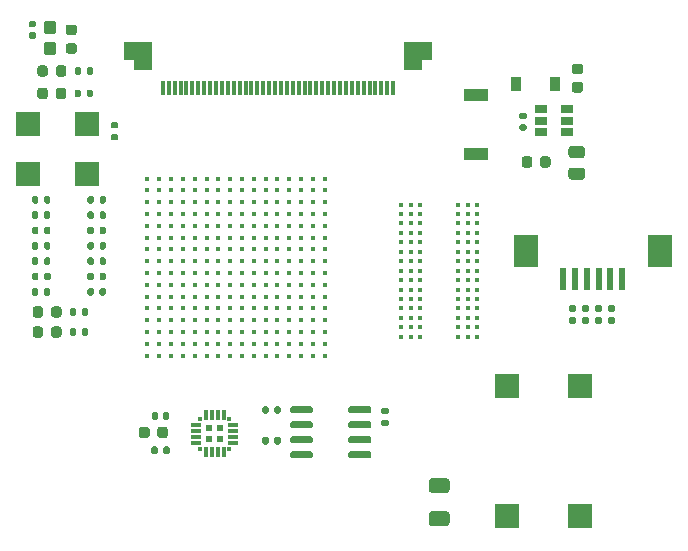
<source format=gtp>
%TF.GenerationSoftware,KiCad,Pcbnew,5.1.8-db9833491~88~ubuntu20.04.1*%
%TF.CreationDate,2021-01-24T20:19:36-05:00*%
%TF.ProjectId,julia_v2.1.1.0,6a756c69-615f-4763-922e-312e312e302e,rev?*%
%TF.SameCoordinates,Original*%
%TF.FileFunction,Paste,Top*%
%TF.FilePolarity,Positive*%
%FSLAX46Y46*%
G04 Gerber Fmt 4.6, Leading zero omitted, Abs format (unit mm)*
G04 Created by KiCad (PCBNEW 5.1.8-db9833491~88~ubuntu20.04.1) date 2021-01-24 20:19:36*
%MOMM*%
%LPD*%
G01*
G04 APERTURE LIST*
%ADD10R,1.060000X0.650000*%
%ADD11C,0.400000*%
%ADD12C,0.406400*%
%ADD13R,2.000000X2.000000*%
%ADD14R,0.540000X0.540000*%
%ADD15R,0.300000X0.900000*%
%ADD16R,0.300000X0.300000*%
%ADD17R,0.900000X0.300000*%
%ADD18R,2.000000X1.000000*%
%ADD19R,2.100000X2.800000*%
%ADD20R,0.600000X1.900000*%
%ADD21R,2.400000X1.600000*%
%ADD22R,1.600000X2.400000*%
%ADD23R,0.300000X1.200000*%
%ADD24R,0.900000X1.200000*%
G04 APERTURE END LIST*
D10*
%TO.C,U7*%
X126900000Y-97500000D03*
X126900000Y-98450000D03*
X126900000Y-96550000D03*
X129100000Y-96550000D03*
X129100000Y-97500000D03*
X129100000Y-98450000D03*
%TD*%
%TO.C,C44*%
G36*
G01*
X125570000Y-97400000D02*
X125230000Y-97400000D01*
G75*
G02*
X125090000Y-97260000I0J140000D01*
G01*
X125090000Y-96980000D01*
G75*
G02*
X125230000Y-96840000I140000J0D01*
G01*
X125570000Y-96840000D01*
G75*
G02*
X125710000Y-96980000I0J-140000D01*
G01*
X125710000Y-97260000D01*
G75*
G02*
X125570000Y-97400000I-140000J0D01*
G01*
G37*
G36*
G01*
X125570000Y-98360000D02*
X125230000Y-98360000D01*
G75*
G02*
X125090000Y-98220000I0J140000D01*
G01*
X125090000Y-97940000D01*
G75*
G02*
X125230000Y-97800000I140000J0D01*
G01*
X125570000Y-97800000D01*
G75*
G02*
X125710000Y-97940000I0J-140000D01*
G01*
X125710000Y-98220000D01*
G75*
G02*
X125570000Y-98360000I-140000J0D01*
G01*
G37*
%TD*%
D11*
%TO.C,U1*%
X108600000Y-109400000D03*
X108600000Y-110400000D03*
X108600000Y-111400000D03*
X108600000Y-112400000D03*
X108600000Y-113400000D03*
X108600000Y-114400000D03*
X108600000Y-115400000D03*
X108600000Y-116400000D03*
X108600000Y-117400000D03*
X104600000Y-114400000D03*
X104600000Y-113400000D03*
X104600000Y-112400000D03*
X104600000Y-111400000D03*
X103600000Y-111400000D03*
X103600000Y-112400000D03*
X103600000Y-113400000D03*
X103600000Y-114400000D03*
X107600000Y-117400000D03*
X107600000Y-116400000D03*
X107600000Y-115400000D03*
X107600000Y-114400000D03*
X107600000Y-113400000D03*
X107600000Y-112400000D03*
X107600000Y-111400000D03*
X107600000Y-110400000D03*
X107600000Y-109400000D03*
X106600000Y-109400000D03*
X106600000Y-110400000D03*
X106600000Y-111400000D03*
X106600000Y-112400000D03*
X106600000Y-113400000D03*
X106600000Y-114400000D03*
X106600000Y-115400000D03*
X106600000Y-116400000D03*
X106600000Y-117400000D03*
X102600000Y-114400000D03*
X102600000Y-113400000D03*
X102600000Y-112400000D03*
X102600000Y-111400000D03*
X101600000Y-111400000D03*
X101600000Y-112400000D03*
X101600000Y-113400000D03*
X101600000Y-114400000D03*
X105600000Y-117400000D03*
X105600000Y-116400000D03*
X105600000Y-115400000D03*
X105600000Y-114400000D03*
X105600000Y-113400000D03*
X105600000Y-112400000D03*
X105600000Y-111400000D03*
X105600000Y-110400000D03*
X105600000Y-109400000D03*
X104600000Y-110400000D03*
X103600000Y-110400000D03*
X102600000Y-110400000D03*
X104600000Y-109400000D03*
X103600000Y-109400000D03*
X102600000Y-109400000D03*
X101600000Y-109400000D03*
X104600000Y-117400000D03*
X104600000Y-116400000D03*
X101600000Y-108400000D03*
X102600000Y-108400000D03*
X103600000Y-108400000D03*
X104600000Y-108400000D03*
X101600000Y-110400000D03*
X104600000Y-107400000D03*
X103600000Y-107400000D03*
X102600000Y-107400000D03*
X101600000Y-107400000D03*
X104600000Y-115400000D03*
X104600000Y-106400000D03*
X103600000Y-106400000D03*
X102600000Y-106400000D03*
X101600000Y-106400000D03*
X100600000Y-114400000D03*
X103600000Y-117400000D03*
X102600000Y-117400000D03*
X101600000Y-117400000D03*
X100600000Y-117400000D03*
X99600000Y-117400000D03*
X103600000Y-116400000D03*
X102600000Y-116400000D03*
X101600000Y-116400000D03*
X100600000Y-116400000D03*
X99600000Y-116400000D03*
X99600000Y-115400000D03*
X100600000Y-115400000D03*
X101600000Y-115400000D03*
X102600000Y-115400000D03*
X103600000Y-115400000D03*
X99600000Y-114400000D03*
X98600000Y-114400000D03*
X97600000Y-114400000D03*
X100600000Y-113400000D03*
X98600000Y-117400000D03*
X97600000Y-117400000D03*
X98600000Y-116400000D03*
X97600000Y-116400000D03*
X98600000Y-115400000D03*
X97600000Y-115400000D03*
X99600000Y-113400000D03*
X98600000Y-113400000D03*
X97600000Y-113400000D03*
X100600000Y-112400000D03*
X99600000Y-112400000D03*
X98600000Y-112400000D03*
X97600000Y-112400000D03*
X100600000Y-111400000D03*
X99600000Y-111400000D03*
X98600000Y-111400000D03*
X97600000Y-111400000D03*
X100600000Y-110400000D03*
X99600000Y-110400000D03*
X98600000Y-110400000D03*
X97600000Y-110400000D03*
X100600000Y-109400000D03*
X99600000Y-109400000D03*
X98600000Y-109400000D03*
X97600000Y-109400000D03*
X100600000Y-108400000D03*
X99600000Y-108400000D03*
X98600000Y-108400000D03*
X97600000Y-108400000D03*
X100600000Y-107400000D03*
X99600000Y-107400000D03*
X98600000Y-107400000D03*
X97600000Y-107400000D03*
X97600000Y-106400000D03*
X98600000Y-106400000D03*
X99600000Y-106400000D03*
X100600000Y-106400000D03*
X96600000Y-117400000D03*
X95600000Y-117400000D03*
X94600000Y-117400000D03*
X93600000Y-117400000D03*
X93600000Y-116400000D03*
X93600000Y-115400000D03*
X93600000Y-114400000D03*
X94600000Y-116400000D03*
X94600000Y-115400000D03*
X94600000Y-114400000D03*
X95600000Y-114400000D03*
X95600000Y-115400000D03*
X95600000Y-116400000D03*
X96600000Y-116400000D03*
X96600000Y-115400000D03*
X96600000Y-114400000D03*
X96600000Y-113400000D03*
X95600000Y-113400000D03*
X94600000Y-113400000D03*
X93600000Y-113400000D03*
X93600000Y-112400000D03*
X94600000Y-112400000D03*
X95600000Y-112400000D03*
X96600000Y-112400000D03*
X96600000Y-111400000D03*
X95600000Y-111400000D03*
X94600000Y-111400000D03*
X93600000Y-111400000D03*
X94600000Y-110400000D03*
X95600000Y-110400000D03*
X96600000Y-110400000D03*
X96600000Y-109400000D03*
X95600000Y-109400000D03*
X94600000Y-109400000D03*
X94600000Y-108400000D03*
X95600000Y-108400000D03*
X96600000Y-108400000D03*
X96600000Y-107400000D03*
X95600000Y-107400000D03*
X94600000Y-107400000D03*
X108600000Y-106400000D03*
X108600000Y-107400000D03*
X108600000Y-108400000D03*
X107600000Y-108400000D03*
X107600000Y-107400000D03*
X107600000Y-106400000D03*
X106600000Y-106400000D03*
X106600000Y-107400000D03*
X106600000Y-108400000D03*
X105600000Y-108400000D03*
X105600000Y-107400000D03*
X105600000Y-106400000D03*
X108600000Y-104400000D03*
X108600000Y-105400000D03*
X107600000Y-105400000D03*
X107600000Y-104400000D03*
X105600000Y-105400000D03*
X106600000Y-105400000D03*
X106600000Y-104400000D03*
X105600000Y-104400000D03*
X104600000Y-104400000D03*
X104600000Y-105400000D03*
X103600000Y-105400000D03*
X103600000Y-104400000D03*
X102600000Y-105400000D03*
X102600000Y-104400000D03*
X96600000Y-106400000D03*
X95600000Y-106400000D03*
X94600000Y-106400000D03*
X101600000Y-105400000D03*
X100600000Y-105400000D03*
X99600000Y-105400000D03*
X98600000Y-105400000D03*
X97600000Y-105400000D03*
X96600000Y-105400000D03*
X95600000Y-105400000D03*
X94600000Y-105400000D03*
X101600000Y-104400000D03*
X100600000Y-104400000D03*
X99600000Y-104400000D03*
X98600000Y-104400000D03*
X97600000Y-104400000D03*
X96600000Y-104400000D03*
X95600000Y-104400000D03*
X94600000Y-104400000D03*
X96600000Y-103400000D03*
X95600000Y-103400000D03*
X94600000Y-103400000D03*
X97600000Y-103400000D03*
X98600000Y-103400000D03*
X99600000Y-103400000D03*
X100600000Y-103400000D03*
X101600000Y-103400000D03*
X102600000Y-103400000D03*
X103600000Y-103400000D03*
X104600000Y-103400000D03*
X105600000Y-103400000D03*
X106600000Y-103400000D03*
X107600000Y-103400000D03*
X108600000Y-103400000D03*
X93600000Y-110400000D03*
X93600000Y-109400000D03*
X93600000Y-108400000D03*
X93600000Y-107400000D03*
X93600000Y-106400000D03*
X93600000Y-105400000D03*
X93600000Y-104400000D03*
X93600000Y-103400000D03*
X108600000Y-102400000D03*
X107600000Y-102400000D03*
X106600000Y-102400000D03*
X105600000Y-102400000D03*
X104600000Y-102400000D03*
X103600000Y-102400000D03*
X102600000Y-102400000D03*
X101600000Y-102400000D03*
X100600000Y-102400000D03*
X99600000Y-102400000D03*
X98600000Y-102400000D03*
X97600000Y-102400000D03*
X96600000Y-102400000D03*
X95600000Y-102400000D03*
X94600000Y-102400000D03*
X93600000Y-102400000D03*
%TD*%
D12*
%TO.C,U8*%
X121500000Y-115799999D03*
X120700000Y-115799999D03*
X119900000Y-115799999D03*
X116700000Y-115799999D03*
X115900000Y-115799999D03*
X115100000Y-115799999D03*
X121500000Y-114999999D03*
X120700000Y-114999999D03*
X119900000Y-114999999D03*
X116700000Y-114999999D03*
X115900000Y-114999999D03*
X115100000Y-114999999D03*
X121500000Y-114200000D03*
X120700000Y-114200000D03*
X119900000Y-114200000D03*
X116700000Y-114200000D03*
X115900000Y-114200000D03*
X115100000Y-114200000D03*
X121500000Y-113400000D03*
X120700000Y-113400000D03*
X119900000Y-113400000D03*
X116700000Y-113400000D03*
X115900000Y-113400000D03*
X115100000Y-113400000D03*
X121500000Y-112600000D03*
X120700000Y-112600000D03*
X119900000Y-112600000D03*
X116700000Y-112600000D03*
X115900000Y-112600000D03*
X115100000Y-112600000D03*
X121500000Y-111800000D03*
X120700000Y-111800000D03*
X119900000Y-111800000D03*
X116700000Y-111800000D03*
X115900000Y-111800000D03*
X115100000Y-111800000D03*
X121500000Y-111000000D03*
X120700000Y-111000000D03*
X119900000Y-111000000D03*
X116700000Y-111000000D03*
X115900000Y-111000000D03*
X115100000Y-111000000D03*
X121500000Y-110200000D03*
X120700000Y-110200000D03*
X119900000Y-110200000D03*
X116700000Y-110200000D03*
X115900000Y-110200000D03*
X115100000Y-110200000D03*
X121500000Y-109400000D03*
X120700000Y-109400000D03*
X119900000Y-109400000D03*
X116700000Y-109400000D03*
X115900000Y-109400000D03*
X115100000Y-109400000D03*
X121500000Y-108600000D03*
X120700000Y-108600000D03*
X119900000Y-108600000D03*
X116700000Y-108600000D03*
X115900000Y-108600000D03*
X115100000Y-108600000D03*
X121500000Y-107800000D03*
X120700000Y-107800000D03*
X119900000Y-107800000D03*
X116700000Y-107800000D03*
X115900000Y-107800000D03*
X115100000Y-107800000D03*
X121500000Y-107000000D03*
X120700000Y-107000000D03*
X119900000Y-107000000D03*
X116700000Y-107000000D03*
X115900000Y-107000000D03*
X115100000Y-107000000D03*
X121500000Y-106200000D03*
X120700000Y-106200000D03*
X119900000Y-106200000D03*
X116700000Y-106200000D03*
X115900000Y-106200000D03*
X115100000Y-106200000D03*
X121500000Y-105400001D03*
X120700000Y-105400001D03*
X119900000Y-105400001D03*
X116700000Y-105400001D03*
X115900000Y-105400001D03*
X115100000Y-105400001D03*
X121500000Y-104600001D03*
X120700000Y-104600001D03*
X119900000Y-104600001D03*
X116700000Y-104600001D03*
X115900000Y-104600001D03*
X115100000Y-104600001D03*
%TD*%
D13*
%TO.C,X1*%
X83500000Y-97800000D03*
X88500000Y-97800000D03*
X88500000Y-102000000D03*
X83500000Y-102000000D03*
%TD*%
D14*
%TO.C,U6*%
X99740000Y-124460000D03*
X99740000Y-123560000D03*
X98840000Y-124460000D03*
X98840000Y-123560000D03*
D15*
X98540000Y-122460000D03*
X99040000Y-122460000D03*
X99540000Y-122460000D03*
X100040000Y-122460000D03*
D16*
X100540000Y-122760000D03*
D17*
X100840000Y-123260000D03*
X100840000Y-123760000D03*
X100840000Y-124260000D03*
X100840000Y-124760000D03*
D16*
X100540000Y-125260000D03*
D15*
X100040000Y-125560000D03*
X99540000Y-125560000D03*
X99040000Y-125560000D03*
X98540000Y-125560000D03*
D16*
X98040000Y-125260000D03*
D17*
X97740000Y-124760000D03*
X97740000Y-124260000D03*
X97740000Y-123760000D03*
X97740000Y-123260000D03*
D16*
X98040000Y-122760000D03*
%TD*%
%TO.C,U5*%
G36*
G01*
X110600000Y-122145000D02*
X110600000Y-121845000D01*
G75*
G02*
X110750000Y-121695000I150000J0D01*
G01*
X112400000Y-121695000D01*
G75*
G02*
X112550000Y-121845000I0J-150000D01*
G01*
X112550000Y-122145000D01*
G75*
G02*
X112400000Y-122295000I-150000J0D01*
G01*
X110750000Y-122295000D01*
G75*
G02*
X110600000Y-122145000I0J150000D01*
G01*
G37*
G36*
G01*
X110600000Y-123415000D02*
X110600000Y-123115000D01*
G75*
G02*
X110750000Y-122965000I150000J0D01*
G01*
X112400000Y-122965000D01*
G75*
G02*
X112550000Y-123115000I0J-150000D01*
G01*
X112550000Y-123415000D01*
G75*
G02*
X112400000Y-123565000I-150000J0D01*
G01*
X110750000Y-123565000D01*
G75*
G02*
X110600000Y-123415000I0J150000D01*
G01*
G37*
G36*
G01*
X110600000Y-124685000D02*
X110600000Y-124385000D01*
G75*
G02*
X110750000Y-124235000I150000J0D01*
G01*
X112400000Y-124235000D01*
G75*
G02*
X112550000Y-124385000I0J-150000D01*
G01*
X112550000Y-124685000D01*
G75*
G02*
X112400000Y-124835000I-150000J0D01*
G01*
X110750000Y-124835000D01*
G75*
G02*
X110600000Y-124685000I0J150000D01*
G01*
G37*
G36*
G01*
X110600000Y-125955000D02*
X110600000Y-125655000D01*
G75*
G02*
X110750000Y-125505000I150000J0D01*
G01*
X112400000Y-125505000D01*
G75*
G02*
X112550000Y-125655000I0J-150000D01*
G01*
X112550000Y-125955000D01*
G75*
G02*
X112400000Y-126105000I-150000J0D01*
G01*
X110750000Y-126105000D01*
G75*
G02*
X110600000Y-125955000I0J150000D01*
G01*
G37*
G36*
G01*
X105650000Y-125955000D02*
X105650000Y-125655000D01*
G75*
G02*
X105800000Y-125505000I150000J0D01*
G01*
X107450000Y-125505000D01*
G75*
G02*
X107600000Y-125655000I0J-150000D01*
G01*
X107600000Y-125955000D01*
G75*
G02*
X107450000Y-126105000I-150000J0D01*
G01*
X105800000Y-126105000D01*
G75*
G02*
X105650000Y-125955000I0J150000D01*
G01*
G37*
G36*
G01*
X105650000Y-124685000D02*
X105650000Y-124385000D01*
G75*
G02*
X105800000Y-124235000I150000J0D01*
G01*
X107450000Y-124235000D01*
G75*
G02*
X107600000Y-124385000I0J-150000D01*
G01*
X107600000Y-124685000D01*
G75*
G02*
X107450000Y-124835000I-150000J0D01*
G01*
X105800000Y-124835000D01*
G75*
G02*
X105650000Y-124685000I0J150000D01*
G01*
G37*
G36*
G01*
X105650000Y-123415000D02*
X105650000Y-123115000D01*
G75*
G02*
X105800000Y-122965000I150000J0D01*
G01*
X107450000Y-122965000D01*
G75*
G02*
X107600000Y-123115000I0J-150000D01*
G01*
X107600000Y-123415000D01*
G75*
G02*
X107450000Y-123565000I-150000J0D01*
G01*
X105800000Y-123565000D01*
G75*
G02*
X105650000Y-123415000I0J150000D01*
G01*
G37*
G36*
G01*
X105650000Y-122145000D02*
X105650000Y-121845000D01*
G75*
G02*
X105800000Y-121695000I150000J0D01*
G01*
X107450000Y-121695000D01*
G75*
G02*
X107600000Y-121845000I0J-150000D01*
G01*
X107600000Y-122145000D01*
G75*
G02*
X107450000Y-122295000I-150000J0D01*
G01*
X105800000Y-122295000D01*
G75*
G02*
X105650000Y-122145000I0J150000D01*
G01*
G37*
%TD*%
%TO.C,R31*%
G36*
G01*
X89530000Y-112185000D02*
X89530000Y-111815000D01*
G75*
G02*
X89665000Y-111680000I135000J0D01*
G01*
X89935000Y-111680000D01*
G75*
G02*
X90070000Y-111815000I0J-135000D01*
G01*
X90070000Y-112185000D01*
G75*
G02*
X89935000Y-112320000I-135000J0D01*
G01*
X89665000Y-112320000D01*
G75*
G02*
X89530000Y-112185000I0J135000D01*
G01*
G37*
G36*
G01*
X88510000Y-112185000D02*
X88510000Y-111815000D01*
G75*
G02*
X88645000Y-111680000I135000J0D01*
G01*
X88915000Y-111680000D01*
G75*
G02*
X89050000Y-111815000I0J-135000D01*
G01*
X89050000Y-112185000D01*
G75*
G02*
X88915000Y-112320000I-135000J0D01*
G01*
X88645000Y-112320000D01*
G75*
G02*
X88510000Y-112185000I0J135000D01*
G01*
G37*
%TD*%
%TO.C,R30*%
G36*
G01*
X89540000Y-106985000D02*
X89540000Y-106615000D01*
G75*
G02*
X89675000Y-106480000I135000J0D01*
G01*
X89945000Y-106480000D01*
G75*
G02*
X90080000Y-106615000I0J-135000D01*
G01*
X90080000Y-106985000D01*
G75*
G02*
X89945000Y-107120000I-135000J0D01*
G01*
X89675000Y-107120000D01*
G75*
G02*
X89540000Y-106985000I0J135000D01*
G01*
G37*
G36*
G01*
X88520000Y-106985000D02*
X88520000Y-106615000D01*
G75*
G02*
X88655000Y-106480000I135000J0D01*
G01*
X88925000Y-106480000D01*
G75*
G02*
X89060000Y-106615000I0J-135000D01*
G01*
X89060000Y-106985000D01*
G75*
G02*
X88925000Y-107120000I-135000J0D01*
G01*
X88655000Y-107120000D01*
G75*
G02*
X88520000Y-106985000I0J135000D01*
G01*
G37*
%TD*%
%TO.C,R29*%
G36*
G01*
X89540000Y-109585000D02*
X89540000Y-109215000D01*
G75*
G02*
X89675000Y-109080000I135000J0D01*
G01*
X89945000Y-109080000D01*
G75*
G02*
X90080000Y-109215000I0J-135000D01*
G01*
X90080000Y-109585000D01*
G75*
G02*
X89945000Y-109720000I-135000J0D01*
G01*
X89675000Y-109720000D01*
G75*
G02*
X89540000Y-109585000I0J135000D01*
G01*
G37*
G36*
G01*
X88520000Y-109585000D02*
X88520000Y-109215000D01*
G75*
G02*
X88655000Y-109080000I135000J0D01*
G01*
X88925000Y-109080000D01*
G75*
G02*
X89060000Y-109215000I0J-135000D01*
G01*
X89060000Y-109585000D01*
G75*
G02*
X88925000Y-109720000I-135000J0D01*
G01*
X88655000Y-109720000D01*
G75*
G02*
X88520000Y-109585000I0J135000D01*
G01*
G37*
%TD*%
%TO.C,R28*%
G36*
G01*
X89540000Y-108285000D02*
X89540000Y-107915000D01*
G75*
G02*
X89675000Y-107780000I135000J0D01*
G01*
X89945000Y-107780000D01*
G75*
G02*
X90080000Y-107915000I0J-135000D01*
G01*
X90080000Y-108285000D01*
G75*
G02*
X89945000Y-108420000I-135000J0D01*
G01*
X89675000Y-108420000D01*
G75*
G02*
X89540000Y-108285000I0J135000D01*
G01*
G37*
G36*
G01*
X88520000Y-108285000D02*
X88520000Y-107915000D01*
G75*
G02*
X88655000Y-107780000I135000J0D01*
G01*
X88925000Y-107780000D01*
G75*
G02*
X89060000Y-107915000I0J-135000D01*
G01*
X89060000Y-108285000D01*
G75*
G02*
X88925000Y-108420000I-135000J0D01*
G01*
X88655000Y-108420000D01*
G75*
G02*
X88520000Y-108285000I0J135000D01*
G01*
G37*
%TD*%
%TO.C,R27*%
G36*
G01*
X89540000Y-105685000D02*
X89540000Y-105315000D01*
G75*
G02*
X89675000Y-105180000I135000J0D01*
G01*
X89945000Y-105180000D01*
G75*
G02*
X90080000Y-105315000I0J-135000D01*
G01*
X90080000Y-105685000D01*
G75*
G02*
X89945000Y-105820000I-135000J0D01*
G01*
X89675000Y-105820000D01*
G75*
G02*
X89540000Y-105685000I0J135000D01*
G01*
G37*
G36*
G01*
X88520000Y-105685000D02*
X88520000Y-105315000D01*
G75*
G02*
X88655000Y-105180000I135000J0D01*
G01*
X88925000Y-105180000D01*
G75*
G02*
X89060000Y-105315000I0J-135000D01*
G01*
X89060000Y-105685000D01*
G75*
G02*
X88925000Y-105820000I-135000J0D01*
G01*
X88655000Y-105820000D01*
G75*
G02*
X88520000Y-105685000I0J135000D01*
G01*
G37*
%TD*%
%TO.C,R26*%
G36*
G01*
X89060000Y-110515000D02*
X89060000Y-110885000D01*
G75*
G02*
X88925000Y-111020000I-135000J0D01*
G01*
X88655000Y-111020000D01*
G75*
G02*
X88520000Y-110885000I0J135000D01*
G01*
X88520000Y-110515000D01*
G75*
G02*
X88655000Y-110380000I135000J0D01*
G01*
X88925000Y-110380000D01*
G75*
G02*
X89060000Y-110515000I0J-135000D01*
G01*
G37*
G36*
G01*
X90080000Y-110515000D02*
X90080000Y-110885000D01*
G75*
G02*
X89945000Y-111020000I-135000J0D01*
G01*
X89675000Y-111020000D01*
G75*
G02*
X89540000Y-110885000I0J135000D01*
G01*
X89540000Y-110515000D01*
G75*
G02*
X89675000Y-110380000I135000J0D01*
G01*
X89945000Y-110380000D01*
G75*
G02*
X90080000Y-110515000I0J-135000D01*
G01*
G37*
%TD*%
%TO.C,R25*%
G36*
G01*
X84360000Y-105315000D02*
X84360000Y-105685000D01*
G75*
G02*
X84225000Y-105820000I-135000J0D01*
G01*
X83955000Y-105820000D01*
G75*
G02*
X83820000Y-105685000I0J135000D01*
G01*
X83820000Y-105315000D01*
G75*
G02*
X83955000Y-105180000I135000J0D01*
G01*
X84225000Y-105180000D01*
G75*
G02*
X84360000Y-105315000I0J-135000D01*
G01*
G37*
G36*
G01*
X85380000Y-105315000D02*
X85380000Y-105685000D01*
G75*
G02*
X85245000Y-105820000I-135000J0D01*
G01*
X84975000Y-105820000D01*
G75*
G02*
X84840000Y-105685000I0J135000D01*
G01*
X84840000Y-105315000D01*
G75*
G02*
X84975000Y-105180000I135000J0D01*
G01*
X85245000Y-105180000D01*
G75*
G02*
X85380000Y-105315000I0J-135000D01*
G01*
G37*
%TD*%
%TO.C,R24*%
G36*
G01*
X84360000Y-106615000D02*
X84360000Y-106985000D01*
G75*
G02*
X84225000Y-107120000I-135000J0D01*
G01*
X83955000Y-107120000D01*
G75*
G02*
X83820000Y-106985000I0J135000D01*
G01*
X83820000Y-106615000D01*
G75*
G02*
X83955000Y-106480000I135000J0D01*
G01*
X84225000Y-106480000D01*
G75*
G02*
X84360000Y-106615000I0J-135000D01*
G01*
G37*
G36*
G01*
X85380000Y-106615000D02*
X85380000Y-106985000D01*
G75*
G02*
X85245000Y-107120000I-135000J0D01*
G01*
X84975000Y-107120000D01*
G75*
G02*
X84840000Y-106985000I0J135000D01*
G01*
X84840000Y-106615000D01*
G75*
G02*
X84975000Y-106480000I135000J0D01*
G01*
X85245000Y-106480000D01*
G75*
G02*
X85380000Y-106615000I0J-135000D01*
G01*
G37*
%TD*%
%TO.C,R23*%
G36*
G01*
X84360000Y-111815000D02*
X84360000Y-112185000D01*
G75*
G02*
X84225000Y-112320000I-135000J0D01*
G01*
X83955000Y-112320000D01*
G75*
G02*
X83820000Y-112185000I0J135000D01*
G01*
X83820000Y-111815000D01*
G75*
G02*
X83955000Y-111680000I135000J0D01*
G01*
X84225000Y-111680000D01*
G75*
G02*
X84360000Y-111815000I0J-135000D01*
G01*
G37*
G36*
G01*
X85380000Y-111815000D02*
X85380000Y-112185000D01*
G75*
G02*
X85245000Y-112320000I-135000J0D01*
G01*
X84975000Y-112320000D01*
G75*
G02*
X84840000Y-112185000I0J135000D01*
G01*
X84840000Y-111815000D01*
G75*
G02*
X84975000Y-111680000I135000J0D01*
G01*
X85245000Y-111680000D01*
G75*
G02*
X85380000Y-111815000I0J-135000D01*
G01*
G37*
%TD*%
%TO.C,R22*%
G36*
G01*
X84850000Y-110885000D02*
X84850000Y-110515000D01*
G75*
G02*
X84985000Y-110380000I135000J0D01*
G01*
X85255000Y-110380000D01*
G75*
G02*
X85390000Y-110515000I0J-135000D01*
G01*
X85390000Y-110885000D01*
G75*
G02*
X85255000Y-111020000I-135000J0D01*
G01*
X84985000Y-111020000D01*
G75*
G02*
X84850000Y-110885000I0J135000D01*
G01*
G37*
G36*
G01*
X83830000Y-110885000D02*
X83830000Y-110515000D01*
G75*
G02*
X83965000Y-110380000I135000J0D01*
G01*
X84235000Y-110380000D01*
G75*
G02*
X84370000Y-110515000I0J-135000D01*
G01*
X84370000Y-110885000D01*
G75*
G02*
X84235000Y-111020000I-135000J0D01*
G01*
X83965000Y-111020000D01*
G75*
G02*
X83830000Y-110885000I0J135000D01*
G01*
G37*
%TD*%
%TO.C,R21*%
G36*
G01*
X84840000Y-104385000D02*
X84840000Y-104015000D01*
G75*
G02*
X84975000Y-103880000I135000J0D01*
G01*
X85245000Y-103880000D01*
G75*
G02*
X85380000Y-104015000I0J-135000D01*
G01*
X85380000Y-104385000D01*
G75*
G02*
X85245000Y-104520000I-135000J0D01*
G01*
X84975000Y-104520000D01*
G75*
G02*
X84840000Y-104385000I0J135000D01*
G01*
G37*
G36*
G01*
X83820000Y-104385000D02*
X83820000Y-104015000D01*
G75*
G02*
X83955000Y-103880000I135000J0D01*
G01*
X84225000Y-103880000D01*
G75*
G02*
X84360000Y-104015000I0J-135000D01*
G01*
X84360000Y-104385000D01*
G75*
G02*
X84225000Y-104520000I-135000J0D01*
G01*
X83955000Y-104520000D01*
G75*
G02*
X83820000Y-104385000I0J135000D01*
G01*
G37*
%TD*%
%TO.C,R20*%
G36*
G01*
X89540000Y-104385000D02*
X89540000Y-104015000D01*
G75*
G02*
X89675000Y-103880000I135000J0D01*
G01*
X89945000Y-103880000D01*
G75*
G02*
X90080000Y-104015000I0J-135000D01*
G01*
X90080000Y-104385000D01*
G75*
G02*
X89945000Y-104520000I-135000J0D01*
G01*
X89675000Y-104520000D01*
G75*
G02*
X89540000Y-104385000I0J135000D01*
G01*
G37*
G36*
G01*
X88520000Y-104385000D02*
X88520000Y-104015000D01*
G75*
G02*
X88655000Y-103880000I135000J0D01*
G01*
X88925000Y-103880000D01*
G75*
G02*
X89060000Y-104015000I0J-135000D01*
G01*
X89060000Y-104385000D01*
G75*
G02*
X88925000Y-104520000I-135000J0D01*
G01*
X88655000Y-104520000D01*
G75*
G02*
X88520000Y-104385000I0J135000D01*
G01*
G37*
%TD*%
%TO.C,R18*%
G36*
G01*
X84840000Y-108285000D02*
X84840000Y-107915000D01*
G75*
G02*
X84975000Y-107780000I135000J0D01*
G01*
X85245000Y-107780000D01*
G75*
G02*
X85380000Y-107915000I0J-135000D01*
G01*
X85380000Y-108285000D01*
G75*
G02*
X85245000Y-108420000I-135000J0D01*
G01*
X84975000Y-108420000D01*
G75*
G02*
X84840000Y-108285000I0J135000D01*
G01*
G37*
G36*
G01*
X83820000Y-108285000D02*
X83820000Y-107915000D01*
G75*
G02*
X83955000Y-107780000I135000J0D01*
G01*
X84225000Y-107780000D01*
G75*
G02*
X84360000Y-107915000I0J-135000D01*
G01*
X84360000Y-108285000D01*
G75*
G02*
X84225000Y-108420000I-135000J0D01*
G01*
X83955000Y-108420000D01*
G75*
G02*
X83820000Y-108285000I0J135000D01*
G01*
G37*
%TD*%
%TO.C,R16*%
G36*
G01*
X84360000Y-109215000D02*
X84360000Y-109585000D01*
G75*
G02*
X84225000Y-109720000I-135000J0D01*
G01*
X83955000Y-109720000D01*
G75*
G02*
X83820000Y-109585000I0J135000D01*
G01*
X83820000Y-109215000D01*
G75*
G02*
X83955000Y-109080000I135000J0D01*
G01*
X84225000Y-109080000D01*
G75*
G02*
X84360000Y-109215000I0J-135000D01*
G01*
G37*
G36*
G01*
X85380000Y-109215000D02*
X85380000Y-109585000D01*
G75*
G02*
X85245000Y-109720000I-135000J0D01*
G01*
X84975000Y-109720000D01*
G75*
G02*
X84840000Y-109585000I0J135000D01*
G01*
X84840000Y-109215000D01*
G75*
G02*
X84975000Y-109080000I135000J0D01*
G01*
X85245000Y-109080000D01*
G75*
G02*
X85380000Y-109215000I0J-135000D01*
G01*
G37*
%TD*%
%TO.C,R15*%
G36*
G01*
X90985000Y-98160000D02*
X90615000Y-98160000D01*
G75*
G02*
X90480000Y-98025000I0J135000D01*
G01*
X90480000Y-97755000D01*
G75*
G02*
X90615000Y-97620000I135000J0D01*
G01*
X90985000Y-97620000D01*
G75*
G02*
X91120000Y-97755000I0J-135000D01*
G01*
X91120000Y-98025000D01*
G75*
G02*
X90985000Y-98160000I-135000J0D01*
G01*
G37*
G36*
G01*
X90985000Y-99180000D02*
X90615000Y-99180000D01*
G75*
G02*
X90480000Y-99045000I0J135000D01*
G01*
X90480000Y-98775000D01*
G75*
G02*
X90615000Y-98640000I135000J0D01*
G01*
X90985000Y-98640000D01*
G75*
G02*
X91120000Y-98775000I0J-135000D01*
G01*
X91120000Y-99045000D01*
G75*
G02*
X90985000Y-99180000I-135000J0D01*
G01*
G37*
%TD*%
%TO.C,R14*%
G36*
G01*
X131985000Y-113660000D02*
X131615000Y-113660000D01*
G75*
G02*
X131480000Y-113525000I0J135000D01*
G01*
X131480000Y-113255000D01*
G75*
G02*
X131615000Y-113120000I135000J0D01*
G01*
X131985000Y-113120000D01*
G75*
G02*
X132120000Y-113255000I0J-135000D01*
G01*
X132120000Y-113525000D01*
G75*
G02*
X131985000Y-113660000I-135000J0D01*
G01*
G37*
G36*
G01*
X131985000Y-114680000D02*
X131615000Y-114680000D01*
G75*
G02*
X131480000Y-114545000I0J135000D01*
G01*
X131480000Y-114275000D01*
G75*
G02*
X131615000Y-114140000I135000J0D01*
G01*
X131985000Y-114140000D01*
G75*
G02*
X132120000Y-114275000I0J-135000D01*
G01*
X132120000Y-114545000D01*
G75*
G02*
X131985000Y-114680000I-135000J0D01*
G01*
G37*
%TD*%
%TO.C,R13*%
G36*
G01*
X132715000Y-114140000D02*
X133085000Y-114140000D01*
G75*
G02*
X133220000Y-114275000I0J-135000D01*
G01*
X133220000Y-114545000D01*
G75*
G02*
X133085000Y-114680000I-135000J0D01*
G01*
X132715000Y-114680000D01*
G75*
G02*
X132580000Y-114545000I0J135000D01*
G01*
X132580000Y-114275000D01*
G75*
G02*
X132715000Y-114140000I135000J0D01*
G01*
G37*
G36*
G01*
X132715000Y-113120000D02*
X133085000Y-113120000D01*
G75*
G02*
X133220000Y-113255000I0J-135000D01*
G01*
X133220000Y-113525000D01*
G75*
G02*
X133085000Y-113660000I-135000J0D01*
G01*
X132715000Y-113660000D01*
G75*
G02*
X132580000Y-113525000I0J135000D01*
G01*
X132580000Y-113255000D01*
G75*
G02*
X132715000Y-113120000I135000J0D01*
G01*
G37*
%TD*%
%TO.C,R12*%
G36*
G01*
X130885000Y-113660000D02*
X130515000Y-113660000D01*
G75*
G02*
X130380000Y-113525000I0J135000D01*
G01*
X130380000Y-113255000D01*
G75*
G02*
X130515000Y-113120000I135000J0D01*
G01*
X130885000Y-113120000D01*
G75*
G02*
X131020000Y-113255000I0J-135000D01*
G01*
X131020000Y-113525000D01*
G75*
G02*
X130885000Y-113660000I-135000J0D01*
G01*
G37*
G36*
G01*
X130885000Y-114680000D02*
X130515000Y-114680000D01*
G75*
G02*
X130380000Y-114545000I0J135000D01*
G01*
X130380000Y-114275000D01*
G75*
G02*
X130515000Y-114140000I135000J0D01*
G01*
X130885000Y-114140000D01*
G75*
G02*
X131020000Y-114275000I0J-135000D01*
G01*
X131020000Y-114545000D01*
G75*
G02*
X130885000Y-114680000I-135000J0D01*
G01*
G37*
%TD*%
%TO.C,R11*%
G36*
G01*
X129785000Y-113660000D02*
X129415000Y-113660000D01*
G75*
G02*
X129280000Y-113525000I0J135000D01*
G01*
X129280000Y-113255000D01*
G75*
G02*
X129415000Y-113120000I135000J0D01*
G01*
X129785000Y-113120000D01*
G75*
G02*
X129920000Y-113255000I0J-135000D01*
G01*
X129920000Y-113525000D01*
G75*
G02*
X129785000Y-113660000I-135000J0D01*
G01*
G37*
G36*
G01*
X129785000Y-114680000D02*
X129415000Y-114680000D01*
G75*
G02*
X129280000Y-114545000I0J135000D01*
G01*
X129280000Y-114275000D01*
G75*
G02*
X129415000Y-114140000I135000J0D01*
G01*
X129785000Y-114140000D01*
G75*
G02*
X129920000Y-114275000I0J-135000D01*
G01*
X129920000Y-114545000D01*
G75*
G02*
X129785000Y-114680000I-135000J0D01*
G01*
G37*
%TD*%
%TO.C,R10*%
G36*
G01*
X129489998Y-101480000D02*
X130390002Y-101480000D01*
G75*
G02*
X130640000Y-101729998I0J-249998D01*
G01*
X130640000Y-102255002D01*
G75*
G02*
X130390002Y-102505000I-249998J0D01*
G01*
X129489998Y-102505000D01*
G75*
G02*
X129240000Y-102255002I0J249998D01*
G01*
X129240000Y-101729998D01*
G75*
G02*
X129489998Y-101480000I249998J0D01*
G01*
G37*
G36*
G01*
X129489998Y-99655000D02*
X130390002Y-99655000D01*
G75*
G02*
X130640000Y-99904998I0J-249998D01*
G01*
X130640000Y-100430002D01*
G75*
G02*
X130390002Y-100680000I-249998J0D01*
G01*
X129489998Y-100680000D01*
G75*
G02*
X129240000Y-100430002I0J249998D01*
G01*
X129240000Y-99904998D01*
G75*
G02*
X129489998Y-99655000I249998J0D01*
G01*
G37*
%TD*%
%TO.C,R8*%
G36*
G01*
X113515000Y-122840000D02*
X113885000Y-122840000D01*
G75*
G02*
X114020000Y-122975000I0J-135000D01*
G01*
X114020000Y-123245000D01*
G75*
G02*
X113885000Y-123380000I-135000J0D01*
G01*
X113515000Y-123380000D01*
G75*
G02*
X113380000Y-123245000I0J135000D01*
G01*
X113380000Y-122975000D01*
G75*
G02*
X113515000Y-122840000I135000J0D01*
G01*
G37*
G36*
G01*
X113515000Y-121820000D02*
X113885000Y-121820000D01*
G75*
G02*
X114020000Y-121955000I0J-135000D01*
G01*
X114020000Y-122225000D01*
G75*
G02*
X113885000Y-122360000I-135000J0D01*
G01*
X113515000Y-122360000D01*
G75*
G02*
X113380000Y-122225000I0J135000D01*
G01*
X113380000Y-121955000D01*
G75*
G02*
X113515000Y-121820000I135000J0D01*
G01*
G37*
%TD*%
%TO.C,R7*%
G36*
G01*
X104340000Y-124785000D02*
X104340000Y-124415000D01*
G75*
G02*
X104475000Y-124280000I135000J0D01*
G01*
X104745000Y-124280000D01*
G75*
G02*
X104880000Y-124415000I0J-135000D01*
G01*
X104880000Y-124785000D01*
G75*
G02*
X104745000Y-124920000I-135000J0D01*
G01*
X104475000Y-124920000D01*
G75*
G02*
X104340000Y-124785000I0J135000D01*
G01*
G37*
G36*
G01*
X103320000Y-124785000D02*
X103320000Y-124415000D01*
G75*
G02*
X103455000Y-124280000I135000J0D01*
G01*
X103725000Y-124280000D01*
G75*
G02*
X103860000Y-124415000I0J-135000D01*
G01*
X103860000Y-124785000D01*
G75*
G02*
X103725000Y-124920000I-135000J0D01*
G01*
X103455000Y-124920000D01*
G75*
G02*
X103320000Y-124785000I0J135000D01*
G01*
G37*
%TD*%
%TO.C,R6*%
G36*
G01*
X104340000Y-122185000D02*
X104340000Y-121815000D01*
G75*
G02*
X104475000Y-121680000I135000J0D01*
G01*
X104745000Y-121680000D01*
G75*
G02*
X104880000Y-121815000I0J-135000D01*
G01*
X104880000Y-122185000D01*
G75*
G02*
X104745000Y-122320000I-135000J0D01*
G01*
X104475000Y-122320000D01*
G75*
G02*
X104340000Y-122185000I0J135000D01*
G01*
G37*
G36*
G01*
X103320000Y-122185000D02*
X103320000Y-121815000D01*
G75*
G02*
X103455000Y-121680000I135000J0D01*
G01*
X103725000Y-121680000D01*
G75*
G02*
X103860000Y-121815000I0J-135000D01*
G01*
X103860000Y-122185000D01*
G75*
G02*
X103725000Y-122320000I-135000J0D01*
G01*
X103455000Y-122320000D01*
G75*
G02*
X103320000Y-122185000I0J135000D01*
G01*
G37*
%TD*%
%TO.C,R5*%
G36*
G01*
X94940000Y-125585000D02*
X94940000Y-125215000D01*
G75*
G02*
X95075000Y-125080000I135000J0D01*
G01*
X95345000Y-125080000D01*
G75*
G02*
X95480000Y-125215000I0J-135000D01*
G01*
X95480000Y-125585000D01*
G75*
G02*
X95345000Y-125720000I-135000J0D01*
G01*
X95075000Y-125720000D01*
G75*
G02*
X94940000Y-125585000I0J135000D01*
G01*
G37*
G36*
G01*
X93920000Y-125585000D02*
X93920000Y-125215000D01*
G75*
G02*
X94055000Y-125080000I135000J0D01*
G01*
X94325000Y-125080000D01*
G75*
G02*
X94460000Y-125215000I0J-135000D01*
G01*
X94460000Y-125585000D01*
G75*
G02*
X94325000Y-125720000I-135000J0D01*
G01*
X94055000Y-125720000D01*
G75*
G02*
X93920000Y-125585000I0J135000D01*
G01*
G37*
%TD*%
%TO.C,R4*%
G36*
G01*
X88450000Y-95385000D02*
X88450000Y-95015000D01*
G75*
G02*
X88585000Y-94880000I135000J0D01*
G01*
X88855000Y-94880000D01*
G75*
G02*
X88990000Y-95015000I0J-135000D01*
G01*
X88990000Y-95385000D01*
G75*
G02*
X88855000Y-95520000I-135000J0D01*
G01*
X88585000Y-95520000D01*
G75*
G02*
X88450000Y-95385000I0J135000D01*
G01*
G37*
G36*
G01*
X87430000Y-95385000D02*
X87430000Y-95015000D01*
G75*
G02*
X87565000Y-94880000I135000J0D01*
G01*
X87835000Y-94880000D01*
G75*
G02*
X87970000Y-95015000I0J-135000D01*
G01*
X87970000Y-95385000D01*
G75*
G02*
X87835000Y-95520000I-135000J0D01*
G01*
X87565000Y-95520000D01*
G75*
G02*
X87430000Y-95385000I0J135000D01*
G01*
G37*
%TD*%
%TO.C,R3*%
G36*
G01*
X88440000Y-93485000D02*
X88440000Y-93115000D01*
G75*
G02*
X88575000Y-92980000I135000J0D01*
G01*
X88845000Y-92980000D01*
G75*
G02*
X88980000Y-93115000I0J-135000D01*
G01*
X88980000Y-93485000D01*
G75*
G02*
X88845000Y-93620000I-135000J0D01*
G01*
X88575000Y-93620000D01*
G75*
G02*
X88440000Y-93485000I0J135000D01*
G01*
G37*
G36*
G01*
X87420000Y-93485000D02*
X87420000Y-93115000D01*
G75*
G02*
X87555000Y-92980000I135000J0D01*
G01*
X87825000Y-92980000D01*
G75*
G02*
X87960000Y-93115000I0J-135000D01*
G01*
X87960000Y-93485000D01*
G75*
G02*
X87825000Y-93620000I-135000J0D01*
G01*
X87555000Y-93620000D01*
G75*
G02*
X87420000Y-93485000I0J135000D01*
G01*
G37*
%TD*%
%TO.C,R2*%
G36*
G01*
X88040000Y-113885000D02*
X88040000Y-113515000D01*
G75*
G02*
X88175000Y-113380000I135000J0D01*
G01*
X88445000Y-113380000D01*
G75*
G02*
X88580000Y-113515000I0J-135000D01*
G01*
X88580000Y-113885000D01*
G75*
G02*
X88445000Y-114020000I-135000J0D01*
G01*
X88175000Y-114020000D01*
G75*
G02*
X88040000Y-113885000I0J135000D01*
G01*
G37*
G36*
G01*
X87020000Y-113885000D02*
X87020000Y-113515000D01*
G75*
G02*
X87155000Y-113380000I135000J0D01*
G01*
X87425000Y-113380000D01*
G75*
G02*
X87560000Y-113515000I0J-135000D01*
G01*
X87560000Y-113885000D01*
G75*
G02*
X87425000Y-114020000I-135000J0D01*
G01*
X87155000Y-114020000D01*
G75*
G02*
X87020000Y-113885000I0J135000D01*
G01*
G37*
%TD*%
%TO.C,R1*%
G36*
G01*
X88040000Y-115585000D02*
X88040000Y-115215000D01*
G75*
G02*
X88175000Y-115080000I135000J0D01*
G01*
X88445000Y-115080000D01*
G75*
G02*
X88580000Y-115215000I0J-135000D01*
G01*
X88580000Y-115585000D01*
G75*
G02*
X88445000Y-115720000I-135000J0D01*
G01*
X88175000Y-115720000D01*
G75*
G02*
X88040000Y-115585000I0J135000D01*
G01*
G37*
G36*
G01*
X87020000Y-115585000D02*
X87020000Y-115215000D01*
G75*
G02*
X87155000Y-115080000I135000J0D01*
G01*
X87425000Y-115080000D01*
G75*
G02*
X87560000Y-115215000I0J-135000D01*
G01*
X87560000Y-115585000D01*
G75*
G02*
X87425000Y-115720000I-135000J0D01*
G01*
X87155000Y-115720000D01*
G75*
G02*
X87020000Y-115585000I0J135000D01*
G01*
G37*
%TD*%
D18*
%TO.C,L1*%
X121400000Y-100300000D03*
X121400000Y-95300000D03*
%TD*%
D19*
%TO.C,J5*%
X136950000Y-108550000D03*
X125650000Y-108550000D03*
D20*
X133800000Y-110910000D03*
X132800000Y-110910000D03*
X131800000Y-110910000D03*
X130800000Y-110910000D03*
X129800000Y-110910000D03*
X128800000Y-110910000D03*
%TD*%
D21*
%TO.C,J4*%
X92800000Y-91600000D03*
X116500000Y-91600000D03*
D22*
X93200000Y-92000000D03*
X116100000Y-92000000D03*
D23*
X94900000Y-94700000D03*
X95400000Y-94700000D03*
X95900000Y-94700000D03*
X96400000Y-94700000D03*
X96900000Y-94700000D03*
X97400000Y-94700000D03*
X97900000Y-94700000D03*
X98400000Y-94700000D03*
X98900000Y-94700000D03*
X99400000Y-94700000D03*
X99900000Y-94700000D03*
X100400000Y-94700000D03*
X100900000Y-94700000D03*
X101400000Y-94700000D03*
X101900000Y-94700000D03*
X102400000Y-94700000D03*
X102900000Y-94700000D03*
X103400000Y-94700000D03*
X103900000Y-94700000D03*
X104400000Y-94700000D03*
X104900000Y-94700000D03*
X105400000Y-94700000D03*
X105900000Y-94700000D03*
X106400000Y-94700000D03*
X106900000Y-94700000D03*
X107400000Y-94700000D03*
X107900000Y-94700000D03*
X108400000Y-94700000D03*
X108900000Y-94700000D03*
X109400000Y-94700000D03*
X109900000Y-94700000D03*
X110400000Y-94700000D03*
X110900000Y-94700000D03*
X111400000Y-94700000D03*
X111900000Y-94700000D03*
X112400000Y-94700000D03*
X112900000Y-94700000D03*
X113400000Y-94700000D03*
X113900000Y-94700000D03*
X114400000Y-94700000D03*
%TD*%
D13*
%TO.C,J1*%
X130200000Y-131000000D03*
X124050000Y-131000000D03*
X130200000Y-120000000D03*
X124050000Y-120000000D03*
%TD*%
%TO.C,FB1*%
G36*
G01*
X86893750Y-90950000D02*
X87406250Y-90950000D01*
G75*
G02*
X87625000Y-91168750I0J-218750D01*
G01*
X87625000Y-91606250D01*
G75*
G02*
X87406250Y-91825000I-218750J0D01*
G01*
X86893750Y-91825000D01*
G75*
G02*
X86675000Y-91606250I0J218750D01*
G01*
X86675000Y-91168750D01*
G75*
G02*
X86893750Y-90950000I218750J0D01*
G01*
G37*
G36*
G01*
X86893750Y-89375000D02*
X87406250Y-89375000D01*
G75*
G02*
X87625000Y-89593750I0J-218750D01*
G01*
X87625000Y-90031250D01*
G75*
G02*
X87406250Y-90250000I-218750J0D01*
G01*
X86893750Y-90250000D01*
G75*
G02*
X86675000Y-90031250I0J218750D01*
G01*
X86675000Y-89593750D01*
G75*
G02*
X86893750Y-89375000I218750J0D01*
G01*
G37*
%TD*%
%TO.C,F1*%
G36*
G01*
X118925000Y-129025000D02*
X117675000Y-129025000D01*
G75*
G02*
X117425000Y-128775000I0J250000D01*
G01*
X117425000Y-128025000D01*
G75*
G02*
X117675000Y-127775000I250000J0D01*
G01*
X118925000Y-127775000D01*
G75*
G02*
X119175000Y-128025000I0J-250000D01*
G01*
X119175000Y-128775000D01*
G75*
G02*
X118925000Y-129025000I-250000J0D01*
G01*
G37*
G36*
G01*
X118925000Y-131825000D02*
X117675000Y-131825000D01*
G75*
G02*
X117425000Y-131575000I0J250000D01*
G01*
X117425000Y-130825000D01*
G75*
G02*
X117675000Y-130575000I250000J0D01*
G01*
X118925000Y-130575000D01*
G75*
G02*
X119175000Y-130825000I0J-250000D01*
G01*
X119175000Y-131575000D01*
G75*
G02*
X118925000Y-131825000I-250000J0D01*
G01*
G37*
%TD*%
D24*
%TO.C,D5*%
X124810000Y-94400000D03*
X128110000Y-94400000D03*
%TD*%
%TO.C,D4*%
G36*
G01*
X85150000Y-94943750D02*
X85150000Y-95456250D01*
G75*
G02*
X84931250Y-95675000I-218750J0D01*
G01*
X84493750Y-95675000D01*
G75*
G02*
X84275000Y-95456250I0J218750D01*
G01*
X84275000Y-94943750D01*
G75*
G02*
X84493750Y-94725000I218750J0D01*
G01*
X84931250Y-94725000D01*
G75*
G02*
X85150000Y-94943750I0J-218750D01*
G01*
G37*
G36*
G01*
X86725000Y-94943750D02*
X86725000Y-95456250D01*
G75*
G02*
X86506250Y-95675000I-218750J0D01*
G01*
X86068750Y-95675000D01*
G75*
G02*
X85850000Y-95456250I0J218750D01*
G01*
X85850000Y-94943750D01*
G75*
G02*
X86068750Y-94725000I218750J0D01*
G01*
X86506250Y-94725000D01*
G75*
G02*
X86725000Y-94943750I0J-218750D01*
G01*
G37*
%TD*%
%TO.C,D3*%
G36*
G01*
X85150000Y-93043750D02*
X85150000Y-93556250D01*
G75*
G02*
X84931250Y-93775000I-218750J0D01*
G01*
X84493750Y-93775000D01*
G75*
G02*
X84275000Y-93556250I0J218750D01*
G01*
X84275000Y-93043750D01*
G75*
G02*
X84493750Y-92825000I218750J0D01*
G01*
X84931250Y-92825000D01*
G75*
G02*
X85150000Y-93043750I0J-218750D01*
G01*
G37*
G36*
G01*
X86725000Y-93043750D02*
X86725000Y-93556250D01*
G75*
G02*
X86506250Y-93775000I-218750J0D01*
G01*
X86068750Y-93775000D01*
G75*
G02*
X85850000Y-93556250I0J218750D01*
G01*
X85850000Y-93043750D01*
G75*
G02*
X86068750Y-92825000I218750J0D01*
G01*
X86506250Y-92825000D01*
G75*
G02*
X86725000Y-93043750I0J-218750D01*
G01*
G37*
%TD*%
%TO.C,D2*%
G36*
G01*
X84750000Y-113443750D02*
X84750000Y-113956250D01*
G75*
G02*
X84531250Y-114175000I-218750J0D01*
G01*
X84093750Y-114175000D01*
G75*
G02*
X83875000Y-113956250I0J218750D01*
G01*
X83875000Y-113443750D01*
G75*
G02*
X84093750Y-113225000I218750J0D01*
G01*
X84531250Y-113225000D01*
G75*
G02*
X84750000Y-113443750I0J-218750D01*
G01*
G37*
G36*
G01*
X86325000Y-113443750D02*
X86325000Y-113956250D01*
G75*
G02*
X86106250Y-114175000I-218750J0D01*
G01*
X85668750Y-114175000D01*
G75*
G02*
X85450000Y-113956250I0J218750D01*
G01*
X85450000Y-113443750D01*
G75*
G02*
X85668750Y-113225000I218750J0D01*
G01*
X86106250Y-113225000D01*
G75*
G02*
X86325000Y-113443750I0J-218750D01*
G01*
G37*
%TD*%
%TO.C,D1*%
G36*
G01*
X84750000Y-115143750D02*
X84750000Y-115656250D01*
G75*
G02*
X84531250Y-115875000I-218750J0D01*
G01*
X84093750Y-115875000D01*
G75*
G02*
X83875000Y-115656250I0J218750D01*
G01*
X83875000Y-115143750D01*
G75*
G02*
X84093750Y-114925000I218750J0D01*
G01*
X84531250Y-114925000D01*
G75*
G02*
X84750000Y-115143750I0J-218750D01*
G01*
G37*
G36*
G01*
X86325000Y-115143750D02*
X86325000Y-115656250D01*
G75*
G02*
X86106250Y-115875000I-218750J0D01*
G01*
X85668750Y-115875000D01*
G75*
G02*
X85450000Y-115656250I0J218750D01*
G01*
X85450000Y-115143750D01*
G75*
G02*
X85668750Y-114925000I218750J0D01*
G01*
X86106250Y-114925000D01*
G75*
G02*
X86325000Y-115143750I0J-218750D01*
G01*
G37*
%TD*%
%TO.C,C47*%
G36*
G01*
X84020000Y-89600000D02*
X83680000Y-89600000D01*
G75*
G02*
X83540000Y-89460000I0J140000D01*
G01*
X83540000Y-89180000D01*
G75*
G02*
X83680000Y-89040000I140000J0D01*
G01*
X84020000Y-89040000D01*
G75*
G02*
X84160000Y-89180000I0J-140000D01*
G01*
X84160000Y-89460000D01*
G75*
G02*
X84020000Y-89600000I-140000J0D01*
G01*
G37*
G36*
G01*
X84020000Y-90560000D02*
X83680000Y-90560000D01*
G75*
G02*
X83540000Y-90420000I0J140000D01*
G01*
X83540000Y-90140000D01*
G75*
G02*
X83680000Y-90000000I140000J0D01*
G01*
X84020000Y-90000000D01*
G75*
G02*
X84160000Y-90140000I0J-140000D01*
G01*
X84160000Y-90420000D01*
G75*
G02*
X84020000Y-90560000I-140000J0D01*
G01*
G37*
%TD*%
%TO.C,C46*%
G36*
G01*
X85625001Y-90175000D02*
X85074999Y-90175000D01*
G75*
G02*
X84825000Y-89925001I0J249999D01*
G01*
X84825000Y-89299999D01*
G75*
G02*
X85074999Y-89050000I249999J0D01*
G01*
X85625001Y-89050000D01*
G75*
G02*
X85875000Y-89299999I0J-249999D01*
G01*
X85875000Y-89925001D01*
G75*
G02*
X85625001Y-90175000I-249999J0D01*
G01*
G37*
G36*
G01*
X85625001Y-91950000D02*
X85074999Y-91950000D01*
G75*
G02*
X84825000Y-91700001I0J249999D01*
G01*
X84825000Y-91074999D01*
G75*
G02*
X85074999Y-90825000I249999J0D01*
G01*
X85625001Y-90825000D01*
G75*
G02*
X85875000Y-91074999I0J-249999D01*
G01*
X85875000Y-91700001D01*
G75*
G02*
X85625001Y-91950000I-249999J0D01*
G01*
G37*
%TD*%
%TO.C,C45*%
G36*
G01*
X130250000Y-93575000D02*
X129750000Y-93575000D01*
G75*
G02*
X129525000Y-93350000I0J225000D01*
G01*
X129525000Y-92900000D01*
G75*
G02*
X129750000Y-92675000I225000J0D01*
G01*
X130250000Y-92675000D01*
G75*
G02*
X130475000Y-92900000I0J-225000D01*
G01*
X130475000Y-93350000D01*
G75*
G02*
X130250000Y-93575000I-225000J0D01*
G01*
G37*
G36*
G01*
X130250000Y-95125000D02*
X129750000Y-95125000D01*
G75*
G02*
X129525000Y-94900000I0J225000D01*
G01*
X129525000Y-94450000D01*
G75*
G02*
X129750000Y-94225000I225000J0D01*
G01*
X130250000Y-94225000D01*
G75*
G02*
X130475000Y-94450000I0J-225000D01*
G01*
X130475000Y-94900000D01*
G75*
G02*
X130250000Y-95125000I-225000J0D01*
G01*
G37*
%TD*%
%TO.C,C43*%
G36*
G01*
X126825000Y-101250000D02*
X126825000Y-100750000D01*
G75*
G02*
X127050000Y-100525000I225000J0D01*
G01*
X127500000Y-100525000D01*
G75*
G02*
X127725000Y-100750000I0J-225000D01*
G01*
X127725000Y-101250000D01*
G75*
G02*
X127500000Y-101475000I-225000J0D01*
G01*
X127050000Y-101475000D01*
G75*
G02*
X126825000Y-101250000I0J225000D01*
G01*
G37*
G36*
G01*
X125275000Y-101250000D02*
X125275000Y-100750000D01*
G75*
G02*
X125500000Y-100525000I225000J0D01*
G01*
X125950000Y-100525000D01*
G75*
G02*
X126175000Y-100750000I0J-225000D01*
G01*
X126175000Y-101250000D01*
G75*
G02*
X125950000Y-101475000I-225000J0D01*
G01*
X125500000Y-101475000D01*
G75*
G02*
X125275000Y-101250000I0J225000D01*
G01*
G37*
%TD*%
%TO.C,C42*%
G36*
G01*
X94500000Y-122330000D02*
X94500000Y-122670000D01*
G75*
G02*
X94360000Y-122810000I-140000J0D01*
G01*
X94080000Y-122810000D01*
G75*
G02*
X93940000Y-122670000I0J140000D01*
G01*
X93940000Y-122330000D01*
G75*
G02*
X94080000Y-122190000I140000J0D01*
G01*
X94360000Y-122190000D01*
G75*
G02*
X94500000Y-122330000I0J-140000D01*
G01*
G37*
G36*
G01*
X95460000Y-122330000D02*
X95460000Y-122670000D01*
G75*
G02*
X95320000Y-122810000I-140000J0D01*
G01*
X95040000Y-122810000D01*
G75*
G02*
X94900000Y-122670000I0J140000D01*
G01*
X94900000Y-122330000D01*
G75*
G02*
X95040000Y-122190000I140000J0D01*
G01*
X95320000Y-122190000D01*
G75*
G02*
X95460000Y-122330000I0J-140000D01*
G01*
G37*
%TD*%
%TO.C,C41*%
G36*
G01*
X93775000Y-123650000D02*
X93775000Y-124150000D01*
G75*
G02*
X93550000Y-124375000I-225000J0D01*
G01*
X93100000Y-124375000D01*
G75*
G02*
X92875000Y-124150000I0J225000D01*
G01*
X92875000Y-123650000D01*
G75*
G02*
X93100000Y-123425000I225000J0D01*
G01*
X93550000Y-123425000D01*
G75*
G02*
X93775000Y-123650000I0J-225000D01*
G01*
G37*
G36*
G01*
X95325000Y-123650000D02*
X95325000Y-124150000D01*
G75*
G02*
X95100000Y-124375000I-225000J0D01*
G01*
X94650000Y-124375000D01*
G75*
G02*
X94425000Y-124150000I0J225000D01*
G01*
X94425000Y-123650000D01*
G75*
G02*
X94650000Y-123425000I225000J0D01*
G01*
X95100000Y-123425000D01*
G75*
G02*
X95325000Y-123650000I0J-225000D01*
G01*
G37*
%TD*%
M02*

</source>
